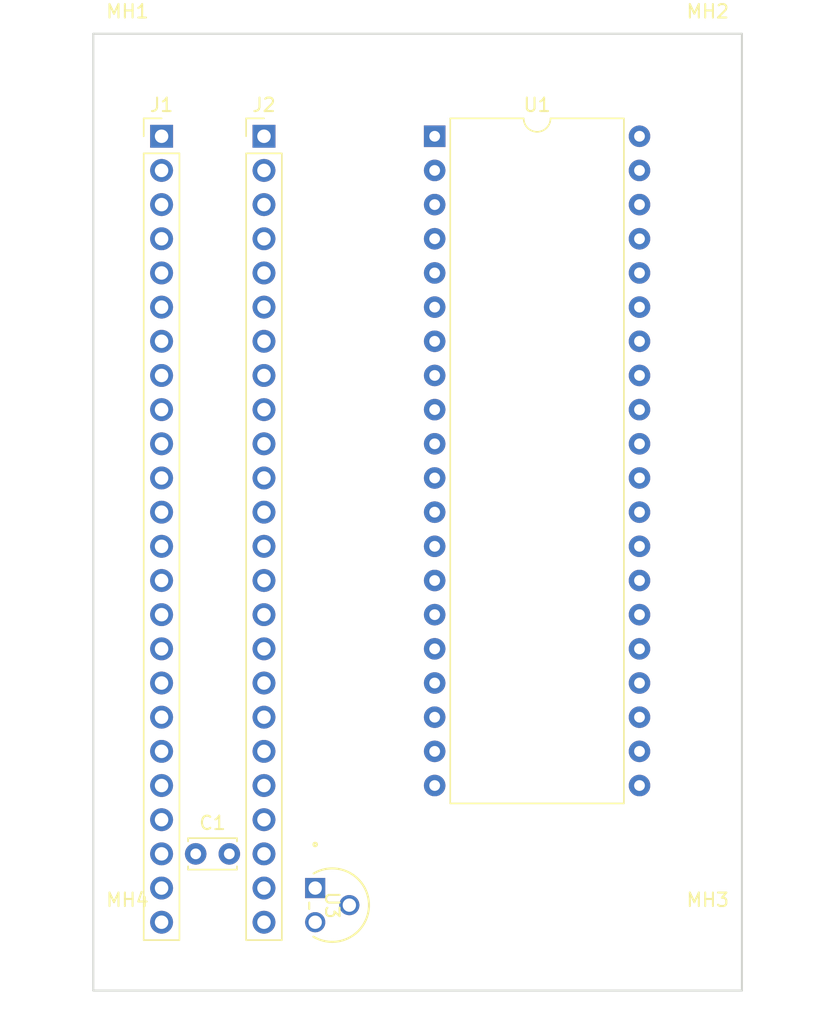
<source format=kicad_pcb>
(kicad_pcb (version 20221018) (generator pcbnew)
  (title_block (title "BionicMC6800") (date "2024-03-16") (rev "3") (company "Tadashi G. Takaoka"))
  (layers (0 "F.Cu" signal) (31 "B.Cu" signal) (34 "B.Paste" user) (35 "F.Paste" user) (36 "B.SilkS" user "B.Silkscreen") (37 "F.SilkS" user "F.Silkscreen") (38 "B.Mask" user) (39 "F.Mask" user) (44 "Edge.Cuts" user))
  (net 0 "")
  (net 1 "VCC")
  (net 2 "GND")
  (net 3 "/P53")
  (net 5 "/P26")
  (net 7 "/P27")
  (net 8 "/P47")
  (net 9 "/P46")
  (net 10 "/P25")
  (net 11 "/P24")
  (net 12 "/P23")
  (net 13 "/P22")
  (net 14 "/P21")
  (net 15 "/P20")
  (net 16 "/P34")
  (net 17 "/P35")
  (net 18 "/P17")
  (net 19 "/P36")
  (net 20 "/P16")
  (net 21 "/P15")
  (net 22 "/P40")
  (net 23 "/P14")
  (net 24 "/P41")
  (net 25 "/P13")
  (net 26 "/P42")
  (net 27 "/P12")
  (net 28 "/P11")
  (net 29 "/P10")
  (net 30 "/P33")
  (net 31 "/P32")
  (net 32 "/P31")
  (net 33 "/P30")
  (net 35 "/P55")
  (net 36 "/P43")
  (net 37 "/P37")
  (net 38 "/P50")
  (net 39 "/P52")
  (net 40 "/P54")
  (net 43 "Net-(J2-P57)")
  (footprint "MountingHole:MountingHole_3.2mm_M3" (layer "F.Cu") (at 101 70)
    (fp_text reference "MH1" (at 0 -4.2) (layer "F.SilkS"))
    (fp_text value "MountingHole_3.2mm_M3")
    (pad "" np_thru_hole circle (at 0 0) (size 3.2 3.2) (drill 3.2) (layers "*.Cu" "*.Mask"))
  )
  (footprint "MountingHole:MountingHole_3.2mm_M3" (layer "F.Cu") (at 144.18 70)
    (fp_text reference "MH2" (at 0 -4.2) (layer "F.SilkS"))
    (fp_text value "MountingHole_3.2mm_M3")
    (pad "" np_thru_hole circle (at 0 0) (size 3.2 3.2) (drill 3.2) (layers "*.Cu" "*.Mask"))
  )
  (footprint "MountingHole:MountingHole_3.2mm_M3" (layer "F.Cu") (at 144.18 136.04)
    (fp_text reference "MH3" (at 0 -4.2) (layer "F.SilkS"))
    (fp_text value "MountingHole_3.2mm_M3")
    (pad "" np_thru_hole circle (at 0 0) (size 3.2 3.2) (drill 3.2) (layers "*.Cu" "*.Mask"))
  )
  (footprint "MountingHole:MountingHole_3.2mm_M3" (layer "F.Cu") (at 101 136.04)
    (fp_text reference "MH4" (at 0 -4.2) (layer "F.SilkS"))
    (fp_text value "MountingHole_3.2mm_M3")
    (pad "" np_thru_hole circle (at 0 0) (size 3.2 3.2) (drill 3.2) (layers "*.Cu" "*.Mask"))
  )
  (footprint "Package_DIP:DIP-40_W15.24mm" (layer "F.Cu") (at 123.86 75.08)
    (fp_text reference "U1" (at 7.62 -2.33) (layer "F.SilkS"))
    (fp_text value "MC6800P")
    (fp_line (start 1.16 -1.33) (end 1.16 49.59) (stroke (width 0.12)) (layer "F.SilkS"))
    (fp_line (start 1.16 49.59) (end 14.08 49.59) (stroke (width 0.12)) (layer "F.SilkS"))
    (fp_line (start 6.62 -1.33) (end 1.16 -1.33) (stroke (width 0.12)) (layer "F.SilkS"))
    (fp_line (start 14.08 -1.33) (end 8.62 -1.33) (stroke (width 0.12)) (layer "F.SilkS"))
    (fp_line (start 14.08 49.59) (end 14.08 -1.33) (stroke (width 0.12)) (layer "F.SilkS"))
    (fp_arc (start 8.62 -1.33) (mid 7.62 -0.33) (end 6.62 -1.33) (stroke (width 0.12)) (layer "F.SilkS"))
    (pad "1" thru_hole rect (at 0 0) (size 1.6 1.6) (drill 0.8) (layers "*.Cu" "*.Mask") (net 2 "GND"))
    (pad "2" thru_hole oval (at 0 2.54) (size 1.6 1.6) (drill 0.8) (layers "*.Cu" "*.Mask") (net 22 "/P40"))
    (pad "3" thru_hole oval (at 0 5.08) (size 1.6 1.6) (drill 0.8) (layers "*.Cu" "*.Mask") (net 9 "/P46"))
    (pad "4" thru_hole oval (at 0 7.62) (size 1.6 1.6) (drill 0.8) (layers "*.Cu" "*.Mask") (net 26 "/P42"))
    (pad "5" thru_hole oval (at 0 10.16) (size 1.6 1.6) (drill 0.8) (layers "*.Cu" "*.Mask") (net 38 "/P50"))
    (pad "6" thru_hole oval (at 0 12.7) (size 1.6 1.6) (drill 0.8) (layers "*.Cu" "*.Mask") (net 36 "/P43"))
    (pad "7" thru_hole oval (at 0 15.24) (size 1.6 1.6) (drill 0.8) (layers "*.Cu" "*.Mask") (net 35 "/P55"))
    (pad "8" thru_hole oval (at 0 17.78) (size 1.6 1.6) (drill 0.8) (layers "*.Cu" "*.Mask") (net 1 "VCC"))
    (pad "9" thru_hole oval (at 0 20.32) (size 1.6 1.6) (drill 0.8) (layers "*.Cu" "*.Mask") (net 15 "/P20"))
    (pad "10" thru_hole oval (at 0 22.86) (size 1.6 1.6) (drill 0.8) (layers "*.Cu" "*.Mask") (net 14 "/P21"))
    (pad "11" thru_hole oval (at 0 25.4) (size 1.6 1.6) (drill 0.8) (layers "*.Cu" "*.Mask") (net 13 "/P22"))
    (pad "12" thru_hole oval (at 0 27.94) (size 1.6 1.6) (drill 0.8) (layers "*.Cu" "*.Mask") (net 12 "/P23"))
    (pad "13" thru_hole oval (at 0 30.48) (size 1.6 1.6) (drill 0.8) (layers "*.Cu" "*.Mask") (net 11 "/P24"))
    (pad "14" thru_hole oval (at 0 33.02) (size 1.6 1.6) (drill 0.8) (layers "*.Cu" "*.Mask") (net 10 "/P25"))
    (pad "15" thru_hole oval (at 0 35.56) (size 1.6 1.6) (drill 0.8) (layers "*.Cu" "*.Mask") (net 5 "/P26"))
    (pad "16" thru_hole oval (at 0 38.1) (size 1.6 1.6) (drill 0.8) (layers "*.Cu" "*.Mask") (net 7 "/P27"))
    (pad "17" thru_hole oval (at 0 40.64) (size 1.6 1.6) (drill 0.8) (layers "*.Cu" "*.Mask") (net 33 "/P30"))
    (pad "18" thru_hole oval (at 0 43.18) (size 1.6 1.6) (drill 0.8) (layers "*.Cu" "*.Mask") (net 32 "/P31"))
    (pad "19" thru_hole oval (at 0 45.72) (size 1.6 1.6) (drill 0.8) (layers "*.Cu" "*.Mask") (net 31 "/P32"))
    (pad "20" thru_hole oval (at 0 48.26) (size 1.6 1.6) (drill 0.8) (layers "*.Cu" "*.Mask") (net 30 "/P33"))
    (pad "21" thru_hole oval (at 15.24 48.26) (size 1.6 1.6) (drill 0.8) (layers "*.Cu" "*.Mask") (net 2 "GND"))
    (pad "22" thru_hole oval (at 15.24 45.72) (size 1.6 1.6) (drill 0.8) (layers "*.Cu" "*.Mask") (net 16 "/P34"))
    (pad "23" thru_hole oval (at 15.24 43.18) (size 1.6 1.6) (drill 0.8) (layers "*.Cu" "*.Mask") (net 17 "/P35"))
    (pad "24" thru_hole oval (at 15.24 40.64) (size 1.6 1.6) (drill 0.8) (layers "*.Cu" "*.Mask") (net 19 "/P36"))
    (pad "25" thru_hole oval (at 15.24 38.1) (size 1.6 1.6) (drill 0.8) (layers "*.Cu" "*.Mask") (net 37 "/P37"))
    (pad "26" thru_hole oval (at 15.24 35.56) (size 1.6 1.6) (drill 0.8) (layers "*.Cu" "*.Mask") (net 18 "/P17"))
    (pad "27" thru_hole oval (at 15.24 33.02) (size 1.6 1.6) (drill 0.8) (layers "*.Cu" "*.Mask") (net 20 "/P16"))
    (pad "28" thru_hole oval (at 15.24 30.48) (size 1.6 1.6) (drill 0.8) (layers "*.Cu" "*.Mask") (net 21 "/P15"))
    (pad "29" thru_hole oval (at 15.24 27.94) (size 1.6 1.6) (drill 0.8) (layers "*.Cu" "*.Mask") (net 23 "/P14"))
    (pad "30" thru_hole oval (at 15.24 25.4) (size 1.6 1.6) (drill 0.8) (layers "*.Cu" "*.Mask") (net 25 "/P13"))
    (pad "31" thru_hole oval (at 15.24 22.86) (size 1.6 1.6) (drill 0.8) (layers "*.Cu" "*.Mask") (net 27 "/P12"))
    (pad "32" thru_hole oval (at 15.24 20.32) (size 1.6 1.6) (drill 0.8) (layers "*.Cu" "*.Mask") (net 28 "/P11"))
    (pad "33" thru_hole oval (at 15.24 17.78) (size 1.6 1.6) (drill 0.8) (layers "*.Cu" "*.Mask") (net 29 "/P10"))
    (pad "34" thru_hole oval (at 15.24 15.24) (size 1.6 1.6) (drill 0.8) (layers "*.Cu" "*.Mask") (net 24 "/P41"))
    (pad "35" thru_hole oval (at 15.24 12.7) (size 1.6 1.6) (drill 0.8) (layers "*.Cu" "*.Mask"))
    (pad "36" thru_hole oval (at 15.24 10.16) (size 1.6 1.6) (drill 0.8) (layers "*.Cu" "*.Mask") (net 39 "/P52"))
    (pad "37" thru_hole oval (at 15.24 7.62) (size 1.6 1.6) (drill 0.8) (layers "*.Cu" "*.Mask") (net 8 "/P47"))
    (pad "38" thru_hole oval (at 15.24 5.08) (size 1.6 1.6) (drill 0.8) (layers "*.Cu" "*.Mask"))
    (pad "39" thru_hole oval (at 15.24 2.54) (size 1.6 1.6) (drill 0.8) (layers "*.Cu" "*.Mask") (net 40 "/P54"))
    (pad "40" thru_hole oval (at 15.24 0) (size 1.6 1.6) (drill 0.8) (layers "*.Cu" "*.Mask") (net 3 "/P53"))
  )
  (footprint "Capacitor_THT:C_Disc_D3.4mm_W2.1mm_P2.50mm" (layer "F.Cu") (at 106.08 128.42)
    (fp_text reference "C1" (at 1.25 -2.3) (layer "F.SilkS"))
    (fp_text value "0.1u")
    (fp_line (start -0.57 -1.17) (end -0.57 -0.925) (stroke (width 0.12)) (layer "F.SilkS"))
    (fp_line (start -0.57 -1.17) (end 3.07 -1.17) (stroke (width 0.12)) (layer "F.SilkS"))
    (fp_line (start -0.57 0.925) (end -0.57 1.17) (stroke (width 0.12)) (layer "F.SilkS"))
    (fp_line (start -0.57 1.17) (end 3.07 1.17) (stroke (width 0.12)) (layer "F.SilkS"))
    (fp_line (start 3.07 -1.17) (end 3.07 -0.925) (stroke (width 0.12)) (layer "F.SilkS"))
    (fp_line (start 3.07 0.925) (end 3.07 1.17) (stroke (width 0.12)) (layer "F.SilkS"))
    (pad "1" thru_hole circle (at 0 0) (size 1.6 1.6) (drill 0.8) (layers "*.Cu" "*.Mask") (net 1 "VCC"))
    (pad "2" thru_hole circle (at 2.5 0) (size 1.6 1.6) (drill 0.8) (layers "*.Cu" "*.Mask") (net 2 "GND"))
  )
  (footprint "microchip:TO-92_MC_MCH" (layer "F.Cu") (at 114.97 130.96 -90)
    (fp_text reference "U3" (at 1.27 -1.27 -90 unlocked) (layer "F.SilkS"))
    (fp_text value "11AA010-I/TO")
    (fp_line (start 1.08204 0.4445) (end 1.553476 0.4445) (stroke (width 0.1524)) (layer "F.SilkS"))
    (fp_arc (start -1.08204 0.116917) (mid 0.551186 -3.904186) (end 4.0005 -1.27) (stroke (width 0.1524)) (layer "F.SilkS"))
    (fp_arc (start 4.0005 -1.269999) (mid 3.90215 -0.543764) (end 3.614184 0.130155) (stroke (width 0.1524)) (layer "F.SilkS"))
    (fp_circle (center -3.2385 0) (end -3.1115 0) (stroke (width 0.1524)) (fill none) (layer "F.SilkS"))
    (pad "1" thru_hole rect (at 0 0 270) (size 1.4986 1.4986) (drill 0.9906) (layers "*.Cu" "*.Mask") (net 2 "GND"))
    (pad "2" thru_hole circle (at 1.27 -2.54 270) (size 1.4986 1.4986) (drill 0.9906) (layers "*.Cu" "*.Mask") (net 43 "Net-(J2-P57)"))
    (pad "3" thru_hole circle (at 2.54 0 270) (size 1.4986 1.4986) (drill 0.9906) (layers "*.Cu" "*.Mask") (net 1 "VCC"))
  )
  (footprint "connector:Bionic-P135_Vertical" (layer "F.Cu") (at 103.54 75.08)
    (fp_text reference "J1" (at 0 -2.33) (layer "F.SilkS"))
    (fp_text value "Bionic-P135")
    (fp_line (start -1.33 -1.33) (end 0 -1.33) (stroke (width 0.12)) (layer "F.SilkS"))
    (fp_line (start -1.33 0) (end -1.33 -1.33) (stroke (width 0.12)) (layer "F.SilkS"))
    (fp_line (start -1.33 1.27) (end -1.33 59.75) (stroke (width 0.12)) (layer "F.SilkS"))
    (fp_line (start -1.33 1.27) (end 1.33 1.27) (stroke (width 0.12)) (layer "F.SilkS"))
    (fp_line (start -1.33 59.75) (end 1.33 59.75) (stroke (width 0.12)) (layer "F.SilkS"))
    (fp_line (start 1.33 1.27) (end 1.33 59.75) (stroke (width 0.12)) (layer "F.SilkS"))
    (pad "1" thru_hole rect (at 0 0) (size 1.7 1.7) (drill 1) (layers "*.Cu" "*.Mask") (net 2 "GND"))
    (pad "2" thru_hole oval (at 0 2.54) (size 1.7 1.7) (drill 1) (layers "*.Cu" "*.Mask") (net 29 "/P10"))
    (pad "3" thru_hole oval (at 0 5.08) (size 1.7 1.7) (drill 1) (layers "*.Cu" "*.Mask") (net 28 "/P11"))
    (pad "4" thru_hole oval (at 0 7.62) (size 1.7 1.7) (drill 1) (layers "*.Cu" "*.Mask") (net 27 "/P12"))
    (pad "5" thru_hole oval (at 0 10.16) (size 1.7 1.7) (drill 1) (layers "*.Cu" "*.Mask") (net 25 "/P13"))
    (pad "6" thru_hole oval (at 0 12.7) (size 1.7 1.7) (drill 1) (layers "*.Cu" "*.Mask") (net 23 "/P14"))
    (pad "7" thru_hole oval (at 0 15.24) (size 1.7 1.7) (drill 1) (layers "*.Cu" "*.Mask") (net 21 "/P15"))
    (pad "8" thru_hole oval (at 0 17.78) (size 1.7 1.7) (drill 1) (layers "*.Cu" "*.Mask") (net 20 "/P16"))
    (pad "9" thru_hole oval (at 0 20.32) (size 1.7 1.7) (drill 1) (layers "*.Cu" "*.Mask") (net 18 "/P17"))
    (pad "10" thru_hole oval (at 0 22.86) (size 1.7 1.7) (drill 1) (layers "*.Cu" "*.Mask"))
    (pad "11" thru_hole oval (at 0 25.4) (size 1.7 1.7) (drill 1) (layers "*.Cu" "*.Mask") (net 33 "/P30"))
    (pad "12" thru_hole oval (at 0 27.94) (size 1.7 1.7) (drill 1) (layers "*.Cu" "*.Mask") (net 32 "/P31"))
    (pad "13" thru_hole oval (at 0 30.48) (size 1.7 1.7) (drill 1) (layers "*.Cu" "*.Mask") (net 31 "/P32"))
    (pad "14" thru_hole oval (at 0 33.02) (size 1.7 1.7) (drill 1) (layers "*.Cu" "*.Mask") (net 30 "/P33"))
    (pad "15" thru_hole oval (at 0 35.56) (size 1.7 1.7) (drill 1) (layers "*.Cu" "*.Mask") (net 16 "/P34"))
    (pad "16" thru_hole oval (at 0 38.1) (size 1.7 1.7) (drill 1) (layers "*.Cu" "*.Mask") (net 17 "/P35"))
    (pad "17" thru_hole oval (at 0 40.64) (size 1.7 1.7) (drill 1) (layers "*.Cu" "*.Mask") (net 19 "/P36"))
    (pad "18" thru_hole oval (at 0 43.18) (size 1.7 1.7) (drill 1) (layers "*.Cu" "*.Mask") (net 37 "/P37"))
    (pad "19" thru_hole oval (at 0 45.72) (size 1.7 1.7) (drill 1) (layers "*.Cu" "*.Mask"))
    (pad "20" thru_hole oval (at 0 48.26) (size 1.7 1.7) (drill 1) (layers "*.Cu" "*.Mask") (net 38 "/P50"))
    (pad "21" thru_hole oval (at 0 50.8) (size 1.7 1.7) (drill 1) (layers "*.Cu" "*.Mask"))
    (pad "22" thru_hole oval (at 0 53.34) (size 1.7 1.7) (drill 1) (layers "*.Cu" "*.Mask") (net 39 "/P52"))
    (pad "23" thru_hole oval (at 0 55.88) (size 1.7 1.7) (drill 1) (layers "*.Cu" "*.Mask") (net 3 "/P53"))
    (pad "24" thru_hole oval (at 0 58.42) (size 1.7 1.7) (drill 1) (layers "*.Cu" "*.Mask") (net 1 "VCC"))
  )
  (footprint "connector:Bionic-P245_Vertical" (layer "F.Cu") (at 111.16 75.08)
    (fp_text reference "J2" (at 0 -2.33) (layer "F.SilkS"))
    (fp_text value "Bionic-P245")
    (fp_line (start -1.33 -1.33) (end 0 -1.33) (stroke (width 0.12)) (layer "F.SilkS"))
    (fp_line (start -1.33 0) (end -1.33 -1.33) (stroke (width 0.12)) (layer "F.SilkS"))
    (fp_line (start -1.33 1.27) (end -1.33 59.75) (stroke (width 0.12)) (layer "F.SilkS"))
    (fp_line (start -1.33 1.27) (end 1.33 1.27) (stroke (width 0.12)) (layer "F.SilkS"))
    (fp_line (start -1.33 59.75) (end 1.33 59.75) (stroke (width 0.12)) (layer "F.SilkS"))
    (fp_line (start 1.33 1.27) (end 1.33 59.75) (stroke (width 0.12)) (layer "F.SilkS"))
    (pad "25" thru_hole oval (at 0 58.42) (size 1.7 1.7) (drill 1) (layers "*.Cu" "*.Mask") (net 1 "VCC"))
    (pad "26" thru_hole oval (at 0 55.88) (size 1.7 1.7) (drill 1) (layers "*.Cu" "*.Mask") (net 43 "Net-(J2-P57)"))
    (pad "27" thru_hole oval (at 0 53.34) (size 1.7 1.7) (drill 1) (layers "*.Cu" "*.Mask"))
    (pad "28" thru_hole oval (at 0 50.8) (size 1.7 1.7) (drill 1) (layers "*.Cu" "*.Mask") (net 35 "/P55"))
    (pad "29" thru_hole oval (at 0 48.26) (size 1.7 1.7) (drill 1) (layers "*.Cu" "*.Mask") (net 40 "/P54"))
    (pad "30" thru_hole oval (at 0 45.72) (size 1.7 1.7) (drill 1) (layers "*.Cu" "*.Mask"))
    (pad "31" thru_hole oval (at 0 43.18) (size 1.7 1.7) (drill 1) (layers "*.Cu" "*.Mask") (net 8 "/P47"))
    (pad "32" thru_hole oval (at 0 40.64) (size 1.7 1.7) (drill 1) (layers "*.Cu" "*.Mask") (net 9 "/P46"))
    (pad "33" thru_hole oval (at 0 38.1) (size 1.7 1.7) (drill 1) (layers "*.Cu" "*.Mask"))
    (pad "34" thru_hole oval (at 0 35.56) (size 1.7 1.7) (drill 1) (layers "*.Cu" "*.Mask"))
    (pad "35" thru_hole oval (at 0 33.02) (size 1.7 1.7) (drill 1) (layers "*.Cu" "*.Mask") (net 36 "/P43"))
    (pad "36" thru_hole oval (at 0 30.48) (size 1.7 1.7) (drill 1) (layers "*.Cu" "*.Mask") (net 26 "/P42"))
    (pad "37" thru_hole oval (at 0 27.94) (size 1.7 1.7) (drill 1) (layers "*.Cu" "*.Mask") (net 24 "/P41"))
    (pad "38" thru_hole oval (at 0 25.4) (size 1.7 1.7) (drill 1) (layers "*.Cu" "*.Mask") (net 22 "/P40"))
    (pad "39" thru_hole oval (at 0 22.86) (size 1.7 1.7) (drill 1) (layers "*.Cu" "*.Mask"))
    (pad "40" thru_hole oval (at 0 20.32) (size 1.7 1.7) (drill 1) (layers "*.Cu" "*.Mask") (net 7 "/P27"))
    (pad "41" thru_hole oval (at 0 17.78) (size 1.7 1.7) (drill 1) (layers "*.Cu" "*.Mask") (net 5 "/P26"))
    (pad "42" thru_hole oval (at 0 15.24) (size 1.7 1.7) (drill 1) (layers "*.Cu" "*.Mask") (net 10 "/P25"))
    (pad "43" thru_hole oval (at 0 12.7) (size 1.7 1.7) (drill 1) (layers "*.Cu" "*.Mask") (net 11 "/P24"))
    (pad "44" thru_hole oval (at 0 10.16) (size 1.7 1.7) (drill 1) (layers "*.Cu" "*.Mask") (net 12 "/P23"))
    (pad "45" thru_hole oval (at 0 7.62) (size 1.7 1.7) (drill 1) (layers "*.Cu" "*.Mask") (net 13 "/P22"))
    (pad "46" thru_hole oval (at 0 5.08) (size 1.7 1.7) (drill 1) (layers "*.Cu" "*.Mask") (net 14 "/P21"))
    (pad "47" thru_hole oval (at 0 2.54) (size 1.7 1.7) (drill 1) (layers "*.Cu" "*.Mask") (net 15 "/P20"))
    (pad "48" thru_hole rect (at 0 0) (size 1.7 1.7) (drill 1) (layers "*.Cu" "*.Mask") (net 2 "GND"))
  )
  (gr_line (start 98.46 138.58) (end 98.46 67.46) (stroke (width 0.15)) (layer "Edge.Cuts"))
  (gr_line (start 98.46 67.46) (end 146.72 67.46) (stroke (width 0.15)) (layer "Edge.Cuts"))
  (gr_line (start 146.72 67.46) (end 146.72 138.58) (stroke (width 0.15)) (layer "Edge.Cuts"))
  (gr_line (start 146.72 138.58) (end 98.46 138.58) (stroke (width 0.15)) (layer "Edge.Cuts"))
)
</source>
